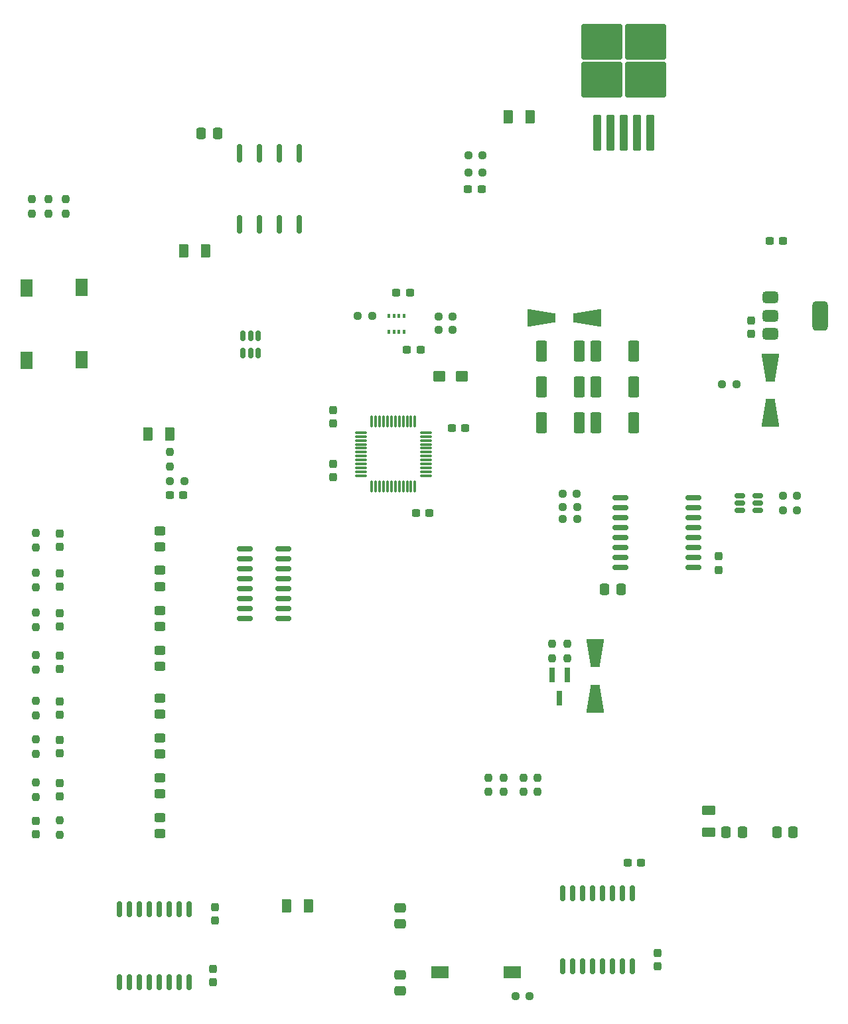
<source format=gbr>
%TF.GenerationSoftware,KiCad,Pcbnew,8.0.1*%
%TF.CreationDate,2024-04-11T20:56:08+03:00*%
%TF.ProjectId,stm32,73746d33-322e-46b6-9963-61645f706362,rev?*%
%TF.SameCoordinates,Original*%
%TF.FileFunction,Paste,Top*%
%TF.FilePolarity,Positive*%
%FSLAX46Y46*%
G04 Gerber Fmt 4.6, Leading zero omitted, Abs format (unit mm)*
G04 Created by KiCad (PCBNEW 8.0.1) date 2024-04-11 20:56:08*
%MOMM*%
%LPD*%
G01*
G04 APERTURE LIST*
G04 Aperture macros list*
%AMRoundRect*
0 Rectangle with rounded corners*
0 $1 Rounding radius*
0 $2 $3 $4 $5 $6 $7 $8 $9 X,Y pos of 4 corners*
0 Add a 4 corners polygon primitive as box body*
4,1,4,$2,$3,$4,$5,$6,$7,$8,$9,$2,$3,0*
0 Add four circle primitives for the rounded corners*
1,1,$1+$1,$2,$3*
1,1,$1+$1,$4,$5*
1,1,$1+$1,$6,$7*
1,1,$1+$1,$8,$9*
0 Add four rect primitives between the rounded corners*
20,1,$1+$1,$2,$3,$4,$5,0*
20,1,$1+$1,$4,$5,$6,$7,0*
20,1,$1+$1,$6,$7,$8,$9,0*
20,1,$1+$1,$8,$9,$2,$3,0*%
%AMOutline4P*
0 Free polygon, 4 corners , with rotation*
0 The origin of the aperture is its center*
0 number of corners: always 4*
0 $1 to $8 corner X, Y*
0 $9 Rotation angle, in degrees counterclockwise*
0 create outline with 4 corners*
4,1,4,$1,$2,$3,$4,$5,$6,$7,$8,$1,$2,$9*%
G04 Aperture macros list end*
%ADD10RoundRect,0.150000X-0.150000X0.875000X-0.150000X-0.875000X0.150000X-0.875000X0.150000X0.875000X0*%
%ADD11R,0.800000X1.900000*%
%ADD12RoundRect,0.237500X-0.300000X-0.237500X0.300000X-0.237500X0.300000X0.237500X-0.300000X0.237500X0*%
%ADD13Outline4P,-1.800000X-1.150000X1.800000X-0.550000X1.800000X0.550000X-1.800000X1.150000X270.000000*%
%ADD14Outline4P,-1.800000X-1.150000X1.800000X-0.550000X1.800000X0.550000X-1.800000X1.150000X90.000000*%
%ADD15RoundRect,0.237500X-0.237500X0.250000X-0.237500X-0.250000X0.237500X-0.250000X0.237500X0.250000X0*%
%ADD16RoundRect,0.249999X-0.450001X-1.075001X0.450001X-1.075001X0.450001X1.075001X-0.450001X1.075001X0*%
%ADD17R,1.600000X2.180000*%
%ADD18R,0.350000X0.500000*%
%ADD19RoundRect,0.237500X-0.237500X0.300000X-0.237500X-0.300000X0.237500X-0.300000X0.237500X0.300000X0*%
%ADD20RoundRect,0.250000X-0.450000X0.325000X-0.450000X-0.325000X0.450000X-0.325000X0.450000X0.325000X0*%
%ADD21RoundRect,0.250000X0.300000X-2.050000X0.300000X2.050000X-0.300000X2.050000X-0.300000X-2.050000X0*%
%ADD22RoundRect,0.250000X2.375000X-2.025000X2.375000X2.025000X-2.375000X2.025000X-2.375000X-2.025000X0*%
%ADD23RoundRect,0.237500X0.237500X-0.250000X0.237500X0.250000X-0.237500X0.250000X-0.237500X-0.250000X0*%
%ADD24RoundRect,0.250000X0.337500X0.475000X-0.337500X0.475000X-0.337500X-0.475000X0.337500X-0.475000X0*%
%ADD25RoundRect,0.237500X0.237500X-0.300000X0.237500X0.300000X-0.237500X0.300000X-0.237500X-0.300000X0*%
%ADD26RoundRect,0.237500X0.300000X0.237500X-0.300000X0.237500X-0.300000X-0.237500X0.300000X-0.237500X0*%
%ADD27R,2.180000X1.600000*%
%ADD28RoundRect,0.237500X0.250000X0.237500X-0.250000X0.237500X-0.250000X-0.237500X0.250000X-0.237500X0*%
%ADD29RoundRect,0.150000X-0.512500X-0.150000X0.512500X-0.150000X0.512500X0.150000X-0.512500X0.150000X0*%
%ADD30RoundRect,0.250000X0.475000X-0.337500X0.475000X0.337500X-0.475000X0.337500X-0.475000X-0.337500X0*%
%ADD31RoundRect,0.237500X-0.250000X-0.237500X0.250000X-0.237500X0.250000X0.237500X-0.250000X0.237500X0*%
%ADD32RoundRect,0.150000X0.875000X0.150000X-0.875000X0.150000X-0.875000X-0.150000X0.875000X-0.150000X0*%
%ADD33RoundRect,0.375000X-0.625000X-0.375000X0.625000X-0.375000X0.625000X0.375000X-0.625000X0.375000X0*%
%ADD34RoundRect,0.500000X-0.500000X-1.400000X0.500000X-1.400000X0.500000X1.400000X-0.500000X1.400000X0*%
%ADD35RoundRect,0.250000X0.625000X-0.375000X0.625000X0.375000X-0.625000X0.375000X-0.625000X-0.375000X0*%
%ADD36RoundRect,0.162500X0.162500X-1.012500X0.162500X1.012500X-0.162500X1.012500X-0.162500X-1.012500X0*%
%ADD37RoundRect,0.150000X0.825000X0.150000X-0.825000X0.150000X-0.825000X-0.150000X0.825000X-0.150000X0*%
%ADD38RoundRect,0.250000X0.375000X0.625000X-0.375000X0.625000X-0.375000X-0.625000X0.375000X-0.625000X0*%
%ADD39RoundRect,0.250000X0.537500X0.425000X-0.537500X0.425000X-0.537500X-0.425000X0.537500X-0.425000X0*%
%ADD40RoundRect,0.075000X-0.662500X-0.075000X0.662500X-0.075000X0.662500X0.075000X-0.662500X0.075000X0*%
%ADD41RoundRect,0.075000X-0.075000X-0.662500X0.075000X-0.662500X0.075000X0.662500X-0.075000X0.662500X0*%
%ADD42RoundRect,0.250000X-0.375000X-0.625000X0.375000X-0.625000X0.375000X0.625000X-0.375000X0.625000X0*%
%ADD43RoundRect,0.150000X0.150000X-0.512500X0.150000X0.512500X-0.150000X0.512500X-0.150000X-0.512500X0*%
%ADD44Outline4P,-1.800000X-1.150000X1.800000X-0.550000X1.800000X0.550000X-1.800000X1.150000X0.000000*%
%ADD45Outline4P,-1.800000X-1.150000X1.800000X-0.550000X1.800000X0.550000X-1.800000X1.150000X180.000000*%
G04 APERTURE END LIST*
D10*
%TO.C,U14*%
X45740000Y-133240000D03*
X44470000Y-133240000D03*
X43200000Y-133240000D03*
X41930000Y-133240000D03*
X40660000Y-133240000D03*
X39390000Y-133240000D03*
X38120000Y-133240000D03*
X36850000Y-133240000D03*
X36850000Y-142540000D03*
X38120000Y-142540000D03*
X39390000Y-142540000D03*
X40660000Y-142540000D03*
X41930000Y-142540000D03*
X43200000Y-142540000D03*
X44470000Y-142540000D03*
X45740000Y-142540000D03*
%TD*%
D11*
%TO.C,Q3*%
X93980000Y-103378000D03*
X92080000Y-103378000D03*
X93030000Y-106378000D03*
%TD*%
D12*
%TO.C,C32*%
X43307000Y-80391000D03*
X45032000Y-80391000D03*
%TD*%
D13*
%TO.C,D13*%
X119888000Y-64135000D03*
D14*
X119888000Y-69935000D03*
%TD*%
D15*
%TO.C,R47*%
X27813000Y-42672000D03*
X27813000Y-44497000D03*
%TD*%
D16*
%TO.C,R35*%
X90700500Y-66620000D03*
X95500500Y-66620000D03*
%TD*%
D17*
%TO.C,SW3*%
X25004000Y-54029000D03*
X25004000Y-63209000D03*
%TD*%
D18*
%TO.C,U1*%
X73198000Y-59630000D03*
X72548000Y-59630000D03*
X71898000Y-59630000D03*
X71248000Y-59630000D03*
X71248000Y-57580000D03*
X71898000Y-57580000D03*
X72548000Y-57580000D03*
X73198000Y-57580000D03*
%TD*%
D15*
%TO.C,R51*%
X88442800Y-116488200D03*
X88442800Y-118313200D03*
%TD*%
D19*
%TO.C,C16*%
X29210000Y-117144000D03*
X29210000Y-118869000D03*
%TD*%
D20*
%TO.C,D6*%
X42037000Y-111379000D03*
X42037000Y-113429000D03*
%TD*%
D19*
%TO.C,C13*%
X29210000Y-85344000D03*
X29210000Y-87069000D03*
%TD*%
D21*
%TO.C,U8*%
X97825000Y-34175000D03*
X99525000Y-34175000D03*
X101225000Y-34175000D03*
D22*
X98450000Y-27450000D03*
X104000000Y-27450000D03*
X98450000Y-22600000D03*
X104000000Y-22600000D03*
D21*
X102925000Y-34175000D03*
X104625000Y-34175000D03*
%TD*%
D23*
%TO.C,R27*%
X26162000Y-113434500D03*
X26162000Y-111609500D03*
%TD*%
D24*
%TO.C,C41*%
X116332000Y-123444000D03*
X114257000Y-123444000D03*
%TD*%
D20*
%TO.C,D8*%
X42037000Y-121539000D03*
X42037000Y-123589000D03*
%TD*%
D25*
%TO.C,C31*%
X117475000Y-59891000D03*
X117475000Y-58166000D03*
%TD*%
D23*
%TO.C,R25*%
X26162000Y-118919000D03*
X26162000Y-117094000D03*
%TD*%
D26*
%TO.C,C1*%
X75284500Y-61849000D03*
X73559500Y-61849000D03*
%TD*%
D24*
%TO.C,C42*%
X122826600Y-123444000D03*
X120751600Y-123444000D03*
%TD*%
D20*
%TO.C,D1*%
X42037000Y-84963000D03*
X42037000Y-87013000D03*
%TD*%
D12*
%TO.C,C2*%
X72189000Y-54610000D03*
X73914000Y-54610000D03*
%TD*%
D16*
%TO.C,R34*%
X90700500Y-62039000D03*
X95500500Y-62039000D03*
%TD*%
D15*
%TO.C,R24*%
X26162000Y-90374000D03*
X26162000Y-92199000D03*
%TD*%
%TO.C,R42*%
X43307000Y-74930000D03*
X43307000Y-76755000D03*
%TD*%
D23*
%TO.C,R56*%
X93995200Y-101245300D03*
X93995200Y-99420300D03*
%TD*%
D27*
%TO.C,SW5*%
X77789600Y-141274800D03*
X86969600Y-141274800D03*
%TD*%
D15*
%TO.C,R48*%
X25654000Y-42672000D03*
X25654000Y-44497000D03*
%TD*%
D28*
%TO.C,R31*%
X95250000Y-81940400D03*
X93425000Y-81940400D03*
%TD*%
D12*
%TO.C,C8*%
X74702500Y-82677000D03*
X76427500Y-82677000D03*
%TD*%
D29*
%TO.C,U10*%
X116001800Y-80482400D03*
X116001800Y-81432400D03*
X116001800Y-82382400D03*
X118276800Y-82382400D03*
X118276800Y-81432400D03*
X118276800Y-80482400D03*
%TD*%
D23*
%TO.C,R55*%
X92090200Y-101247200D03*
X92090200Y-99422200D03*
%TD*%
D28*
%TO.C,R2*%
X79375000Y-59309000D03*
X77550000Y-59309000D03*
%TD*%
D20*
%TO.C,D7*%
X42037000Y-116459000D03*
X42037000Y-118509000D03*
%TD*%
D23*
%TO.C,R50*%
X83972400Y-118309400D03*
X83972400Y-116484400D03*
%TD*%
D30*
%TO.C,C46*%
X72644000Y-143680000D03*
X72644000Y-141605000D03*
%TD*%
D16*
%TO.C,R36*%
X90700500Y-71192000D03*
X95500500Y-71192000D03*
%TD*%
D28*
%TO.C,R45*%
X123317000Y-80492600D03*
X121492000Y-80492600D03*
%TD*%
D31*
%TO.C,R53*%
X87379800Y-144322800D03*
X89204800Y-144322800D03*
%TD*%
D15*
%TO.C,R52*%
X90170000Y-116488200D03*
X90170000Y-118313200D03*
%TD*%
D32*
%TO.C,U9*%
X110110800Y-89687400D03*
X110110800Y-88417400D03*
X110110800Y-87147400D03*
X110110800Y-85877400D03*
X110110800Y-84607400D03*
X110110800Y-83337400D03*
X110110800Y-82067400D03*
X110110800Y-80797400D03*
X100810800Y-80797400D03*
X100810800Y-82067400D03*
X100810800Y-83337400D03*
X100810800Y-84607400D03*
X100810800Y-85877400D03*
X100810800Y-87147400D03*
X100810800Y-88417400D03*
X100810800Y-89687400D03*
%TD*%
D33*
%TO.C,U11*%
X119938000Y-55231000D03*
X119938000Y-57531000D03*
D34*
X126238000Y-57531000D03*
D33*
X119938000Y-59831000D03*
%TD*%
D35*
%TO.C,F4*%
X112014000Y-123447000D03*
X112014000Y-120647000D03*
%TD*%
D36*
%TO.C,U3*%
X52229600Y-45858469D03*
X54769600Y-45858469D03*
X57309600Y-45858469D03*
X59849600Y-45858469D03*
X59849600Y-36808469D03*
X57309600Y-36808469D03*
X54769600Y-36808469D03*
X52229600Y-36808469D03*
%TD*%
D31*
%TO.C,R3*%
X67263000Y-57531000D03*
X69088000Y-57531000D03*
%TD*%
D24*
%TO.C,C10*%
X49377000Y-34323069D03*
X47302000Y-34323069D03*
%TD*%
D28*
%TO.C,R12*%
X79375000Y-57658000D03*
X77550000Y-57658000D03*
%TD*%
D20*
%TO.C,D4*%
X42037000Y-100203000D03*
X42037000Y-102253000D03*
%TD*%
D28*
%TO.C,R32*%
X95250000Y-83489800D03*
X93425000Y-83489800D03*
%TD*%
D25*
%TO.C,C27*%
X113334800Y-89966800D03*
X113334800Y-88241800D03*
%TD*%
D19*
%TO.C,C18*%
X29210000Y-95504000D03*
X29210000Y-97229000D03*
%TD*%
D23*
%TO.C,R29*%
X26162000Y-108508000D03*
X26162000Y-106683000D03*
%TD*%
%TO.C,R22*%
X29210000Y-123745000D03*
X29210000Y-121920000D03*
%TD*%
D19*
%TO.C,C22*%
X29210000Y-106733000D03*
X29210000Y-108458000D03*
%TD*%
%TO.C,C14*%
X26162000Y-121970000D03*
X26162000Y-123695000D03*
%TD*%
D23*
%TO.C,R49*%
X85852000Y-118309400D03*
X85852000Y-116484400D03*
%TD*%
D19*
%TO.C,C15*%
X29210000Y-90424000D03*
X29210000Y-92149000D03*
%TD*%
D26*
%TO.C,C7*%
X80999500Y-71855500D03*
X79274500Y-71855500D03*
%TD*%
D17*
%TO.C,SW4*%
X32004000Y-63119000D03*
X32004000Y-53939000D03*
%TD*%
D26*
%TO.C,C34*%
X121539000Y-48006000D03*
X119814000Y-48006000D03*
%TD*%
D37*
%TO.C,U4*%
X57782000Y-96139000D03*
X57782000Y-94869000D03*
X57782000Y-93599000D03*
X57782000Y-92329000D03*
X57782000Y-91059000D03*
X57782000Y-89789000D03*
X57782000Y-88519000D03*
X57782000Y-87249000D03*
X52832000Y-87249000D03*
X52832000Y-88519000D03*
X52832000Y-89789000D03*
X52832000Y-91059000D03*
X52832000Y-92329000D03*
X52832000Y-93599000D03*
X52832000Y-94869000D03*
X52832000Y-96139000D03*
%TD*%
D19*
%TO.C,C6*%
X64135000Y-76454000D03*
X64135000Y-78179000D03*
%TD*%
D28*
%TO.C,R40*%
X83208500Y-37084000D03*
X81383500Y-37084000D03*
%TD*%
D15*
%TO.C,R28*%
X26162000Y-100838000D03*
X26162000Y-102663000D03*
%TD*%
D24*
%TO.C,C25*%
X100859500Y-92434500D03*
X98784500Y-92434500D03*
%TD*%
D28*
%TO.C,R46*%
X123342400Y-82372200D03*
X121517400Y-82372200D03*
%TD*%
D38*
%TO.C,F2*%
X89281000Y-32131000D03*
X86481000Y-32131000D03*
%TD*%
D12*
%TO.C,C37*%
X101703800Y-127304800D03*
X103428800Y-127304800D03*
%TD*%
D15*
%TO.C,R26*%
X26162000Y-95454000D03*
X26162000Y-97279000D03*
%TD*%
D19*
%TO.C,C19*%
X29210000Y-111659500D03*
X29210000Y-113384500D03*
%TD*%
%TO.C,C4*%
X64135000Y-69596000D03*
X64135000Y-71321000D03*
%TD*%
D13*
%TO.C,D16*%
X97536000Y-100584000D03*
D14*
X97536000Y-106384000D03*
%TD*%
D31*
%TO.C,R41*%
X81360000Y-39243000D03*
X83185000Y-39243000D03*
%TD*%
D38*
%TO.C,F1*%
X47882000Y-49273000D03*
X45082000Y-49273000D03*
%TD*%
D12*
%TO.C,C28*%
X81333000Y-41402000D03*
X83058000Y-41402000D03*
%TD*%
D20*
%TO.C,D2*%
X42037000Y-90025000D03*
X42037000Y-92075000D03*
%TD*%
%TO.C,D5*%
X42037000Y-106299000D03*
X42037000Y-108349000D03*
%TD*%
D25*
%TO.C,C38*%
X105562400Y-140561400D03*
X105562400Y-138836400D03*
%TD*%
D19*
%TO.C,C21*%
X29210000Y-100888000D03*
X29210000Y-102613000D03*
%TD*%
D16*
%TO.C,R39*%
X97659500Y-71192000D03*
X102459500Y-71192000D03*
%TD*%
D28*
%TO.C,R33*%
X115570000Y-66294000D03*
X113745000Y-66294000D03*
%TD*%
D39*
%TO.C,C36*%
X80518000Y-65278000D03*
X77643000Y-65278000D03*
%TD*%
D30*
%TO.C,C44*%
X72644000Y-135149500D03*
X72644000Y-133074500D03*
%TD*%
D25*
%TO.C,C43*%
X49022000Y-134694000D03*
X49022000Y-132969000D03*
%TD*%
%TO.C,C45*%
X48768000Y-142568000D03*
X48768000Y-140843000D03*
%TD*%
D15*
%TO.C,R44*%
X29972000Y-42672000D03*
X29972000Y-44497000D03*
%TD*%
D31*
%TO.C,R30*%
X93399600Y-80264000D03*
X95224600Y-80264000D03*
%TD*%
D40*
%TO.C,U2*%
X67663900Y-72458800D03*
X67663900Y-72958800D03*
X67663900Y-73458800D03*
X67663900Y-73958800D03*
X67663900Y-74458800D03*
X67663900Y-74958800D03*
X67663900Y-75458800D03*
X67663900Y-75958800D03*
X67663900Y-76458800D03*
X67663900Y-76958800D03*
X67663900Y-77458800D03*
X67663900Y-77958800D03*
D41*
X69076400Y-79371300D03*
X69576400Y-79371300D03*
X70076400Y-79371300D03*
X70576400Y-79371300D03*
X71076400Y-79371300D03*
X71576400Y-79371300D03*
X72076400Y-79371300D03*
X72576400Y-79371300D03*
X73076400Y-79371300D03*
X73576400Y-79371300D03*
X74076400Y-79371300D03*
X74576400Y-79371300D03*
D40*
X75988900Y-77958800D03*
X75988900Y-77458800D03*
X75988900Y-76958800D03*
X75988900Y-76458800D03*
X75988900Y-75958800D03*
X75988900Y-75458800D03*
X75988900Y-74958800D03*
X75988900Y-74458800D03*
X75988900Y-73958800D03*
X75988900Y-73458800D03*
X75988900Y-72958800D03*
X75988900Y-72458800D03*
D41*
X74576400Y-71046300D03*
X74076400Y-71046300D03*
X73576400Y-71046300D03*
X73076400Y-71046300D03*
X72576400Y-71046300D03*
X72076400Y-71046300D03*
X71576400Y-71046300D03*
X71076400Y-71046300D03*
X70576400Y-71046300D03*
X70076400Y-71046300D03*
X69576400Y-71046300D03*
X69076400Y-71046300D03*
%TD*%
D20*
%TO.C,D3*%
X42037000Y-95123000D03*
X42037000Y-97173000D03*
%TD*%
D42*
%TO.C,F3*%
X40507000Y-72644000D03*
X43307000Y-72644000D03*
%TD*%
D16*
%TO.C,R38*%
X97659500Y-66620000D03*
X102459500Y-66620000D03*
%TD*%
D43*
%TO.C,U12*%
X52644000Y-62346000D03*
X53594000Y-62346000D03*
X54544000Y-62346000D03*
X54544000Y-60071000D03*
X53594000Y-60071000D03*
X52644000Y-60071000D03*
%TD*%
D42*
%TO.C,F5*%
X58166000Y-132842000D03*
X60966000Y-132842000D03*
%TD*%
D10*
%TO.C,U13*%
X102311200Y-131267200D03*
X101041200Y-131267200D03*
X99771200Y-131267200D03*
X98501200Y-131267200D03*
X97231200Y-131267200D03*
X95961200Y-131267200D03*
X94691200Y-131267200D03*
X93421200Y-131267200D03*
X93421200Y-140567200D03*
X94691200Y-140567200D03*
X95961200Y-140567200D03*
X97231200Y-140567200D03*
X98501200Y-140567200D03*
X99771200Y-140567200D03*
X101041200Y-140567200D03*
X102311200Y-140567200D03*
%TD*%
D16*
%TO.C,R37*%
X97659500Y-62048000D03*
X102459500Y-62048000D03*
%TD*%
D31*
%TO.C,R43*%
X43307000Y-78613000D03*
X45132000Y-78613000D03*
%TD*%
D15*
%TO.C,R21*%
X26162000Y-85294000D03*
X26162000Y-87119000D03*
%TD*%
D44*
%TO.C,D12*%
X90720000Y-57785000D03*
D45*
X96520000Y-57785000D03*
%TD*%
M02*

</source>
